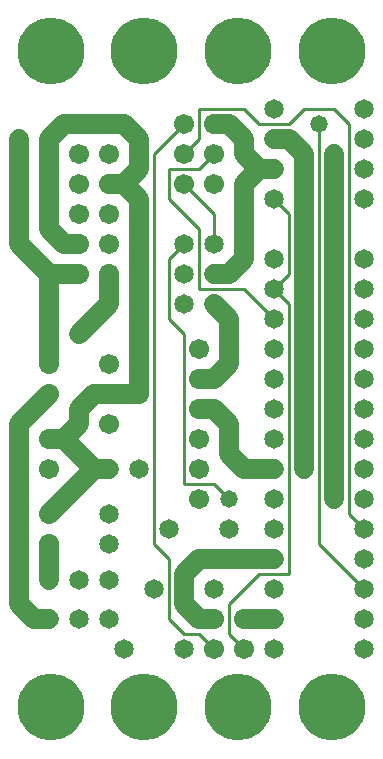
<source format=gtl>
%MOIN*%
%FSLAX25Y25*%
G04 D10 used for Character Trace; *
G04     Circle (OD=.01000) (No hole)*
G04 D11 used for Power Trace; *
G04     Circle (OD=.06500) (No hole)*
G04 D12 used for Signal Trace; *
G04     Circle (OD=.01100) (No hole)*
G04 D13 used for Via; *
G04     Circle (OD=.05800) (Round. Hole ID=.02800)*
G04 D14 used for Component hole; *
G04     Circle (OD=.06500) (Round. Hole ID=.03500)*
G04 D15 used for Component hole; *
G04     Circle (OD=.06700) (Round. Hole ID=.04300)*
G04 D16 used for Component hole; *
G04     Circle (OD=.08100) (Round. Hole ID=.05100)*
G04 D17 used for Component hole; *
G04     Circle (OD=.08900) (Round. Hole ID=.05900)*
G04 D18 used for Component hole; *
G04     Circle (OD=.11300) (Round. Hole ID=.08300)*
G04 D19 used for Component hole; *
G04     Circle (OD=.16000) (Round. Hole ID=.13000)*
G04 D20 used for Component hole; *
G04     Circle (OD=.18300) (Round. Hole ID=.15300)*
G04 D21 used for Component hole; *
G04     Circle (OD=.22291) (Round. Hole ID=.19291)*
%ADD10C,.01000*%
%ADD11C,.06500*%
%ADD12C,.01100*%
%ADD13C,.05800*%
%ADD14C,.06500*%
%ADD15C,.06700*%
%ADD16C,.08100*%
%ADD17C,.08900*%
%ADD18C,.11300*%
%ADD19C,.16000*%
%ADD20C,.18300*%
%ADD21C,.22291*%
%IPPOS*%
%LPD*%
G90*X0Y0D02*D21*X15625Y15625D03*D14*              
X40000Y35000D03*X35000Y45000D03*X25000D03*        
X15000D03*D11*X10000D01*X5000Y50000D01*Y110000D01*
X15000Y120000D01*D15*D03*D11*X20000Y105000D02*    
X25000Y110000D01*X30000Y95000D02*X20000Y105000D01*
X15000Y80000D02*X30000Y95000D01*D15*              
X15000Y80000D03*Y70000D03*D11*Y58000D01*D14*D03*  
X25000D03*X35000D03*Y70000D03*Y80000D03*          
X50000Y55000D03*D12*X55000Y65000D02*              
X50000Y70000D01*X55000Y45000D02*Y65000D01*        
X60000Y40000D02*X55000Y45000D01*X60000Y40000D02*  
X65000D01*X70000Y35000D01*D15*D03*D12*X80000D02*  
X75000Y40000D01*D15*X80000Y35000D03*D12*          
X75000Y40000D02*Y50000D01*X85000Y60000D01*        
X95000D01*Y150000D01*X90000Y155000D01*D14*D03*D12*
X95000Y160000D01*Y180000D01*X90000Y185000D01*D14* 
D03*X100000Y175000D03*D11*Y95000D01*D13*D03*      
X110000Y85000D03*D11*Y120000D01*D13*D03*D11*      
Y175000D01*D14*D03*D11*Y200000D01*D13*D03*D14*    
X120000Y195000D03*D12*X115000Y80000D02*Y210000D01*
X120000Y75000D02*X115000Y80000D01*D14*            
X120000Y75000D03*Y85000D03*Y65000D03*D12*         
Y55000D02*X105000Y70000D01*D14*X120000Y55000D03*  
Y45000D03*D12*X105000Y70000D02*Y210000D01*D13*D03*
D12*X115000D02*X110000Y215000D01*D14*             
X120000Y205000D03*Y215000D03*D12*X100000D02*      
X110000D01*X95000Y210000D02*X100000Y215000D01*    
X85000Y210000D02*X95000D01*X85000D02*             
X80000Y215000D01*X65000D01*Y205000D01*            
X60000Y200000D01*D15*D03*D12*X55000Y195000D02*    
X65000D01*X55000Y185000D02*Y195000D01*            
X65000Y175000D02*X55000Y185000D01*                
X65000Y155000D02*Y175000D01*Y155000D02*X80000D01* 
X90000Y145000D01*D14*D03*Y135000D03*D11*          
X70000Y160000D02*X75000D01*D14*X70000D03*D11*     
X75000D02*X80000Y165000D01*Y190000D01*            
X85000Y195000D01*X90000D01*D14*D03*D11*X85000D02* 
X80000Y200000D01*Y205000D01*X75000Y210000D01*     
X70000D01*D15*D03*X60000D03*D12*X50000Y200000D01* 
Y70000D01*D14*X55000Y75000D03*D11*X60000Y55000D02*
Y60000D01*D14*Y55000D03*D11*Y50000D01*            
X65000Y45000D01*X70000D01*D15*D03*D14*            
X60000Y35000D03*D15*X80000Y45000D03*D11*X90000D01*
D14*D03*Y55000D03*Y35000D03*X70000Y55000D03*      
X90000Y65000D03*D11*X65000D01*X60000Y60000D01*D14*
X75000Y75000D03*D13*Y85000D03*D12*X70000Y90000D01*
X60000D01*Y140000D01*X55000Y145000D01*Y165000D01* 
X60000Y170000D01*D14*D03*D12*X70000D02*Y180000D01*
D14*Y170000D03*X60000Y160000D03*D12*              
X70000Y180000D02*X60000Y190000D01*D15*D03*D12*    
X65000Y195000D02*X70000Y200000D01*D15*D03*        
Y190000D03*D14*X90000Y205000D03*D11*X95000D01*    
X100000Y200000D01*Y175000D01*D14*X90000Y165000D03*
X120000Y155000D03*Y165000D03*Y185000D03*D11*      
X75000Y130000D02*Y145000D01*X70000Y125000D02*     
X75000Y130000D01*X65000Y125000D02*X70000D01*D15*  
X65000D03*Y135000D03*Y115000D03*D11*X70000D01*    
X75000Y110000D01*Y100000D01*X80000Y95000D01*      
X90000D01*D14*D03*Y105000D03*Y85000D03*Y115000D03*
Y75000D03*D15*X65000Y105000D03*Y95000D03*         
Y85000D03*D14*X120000Y125000D03*Y95000D03*        
X90000Y125000D03*X120000Y105000D03*Y115000D03*    
Y135000D03*D13*X45000Y140000D03*D11*Y120000D01*   
D15*D03*D11*X30000D01*X25000Y115000D01*Y110000D01*
X15000Y105000D02*X20000D01*D15*X15000D03*         
Y95000D03*D11*X30000D02*X35000D01*D14*D03*        
X45000D03*D15*X35000Y110000D03*Y130000D03*        
X15000D03*D11*Y160000D01*X25000D01*D15*D03*D11*   
Y140000D02*X35000Y150000D01*D13*X25000Y140000D03* 
D11*X35000Y150000D02*Y160000D01*D15*D03*          
X25000Y170000D03*D11*X20000D01*X15000Y175000D01*  
Y205000D01*X20000Y210000D01*X40000D01*            
X45000Y205000D01*Y195000D01*X40000Y190000D01*     
X45000Y185000D01*Y140000D01*D14*X60000Y150000D03* 
X70000D03*D11*X75000Y145000D01*D15*               
X35000Y180000D03*Y170000D03*D14*X120000Y145000D03*
D11*X35000Y190000D02*X40000D01*D15*X35000D03*     
X25000Y200000D03*Y180000D03*X35000Y200000D03*     
X25000Y190000D03*D11*X15000Y160000D02*            
X5000Y170000D01*Y205000D01*D13*D03*D21*           
X15625Y234375D03*X46875D03*X78125D03*D14*         
X90000Y215000D03*D21*X109375Y234375D03*D14*       
X120000Y35000D03*D21*X46875Y15625D03*X78125D03*   
X109375D03*M02*                                   

</source>
